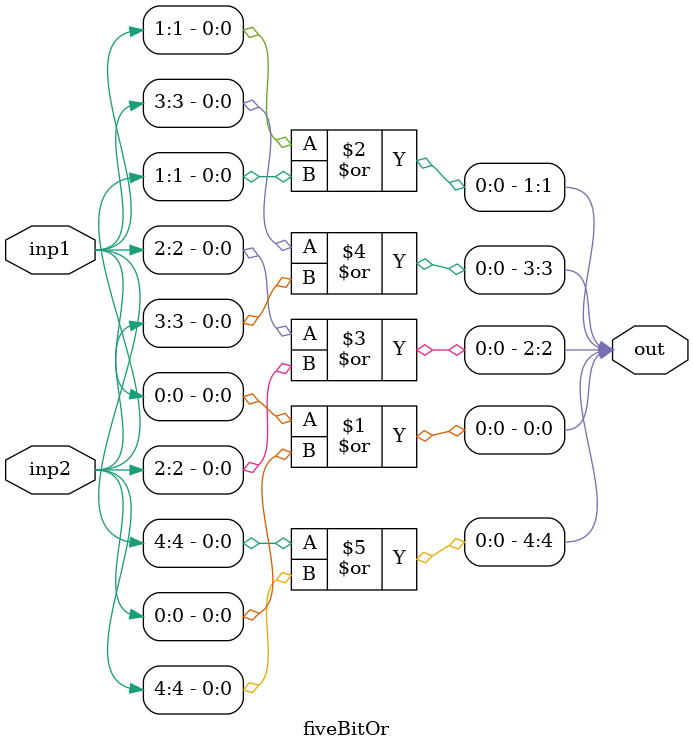
<source format=v>
module fiveBitOr(out, inp1, inp2);
	// Input - Output declaration
	input [4:0]inp1, inp2;
	output [4:0]out;
	
	
	// Operation for 5-bit or gate
	// Using five 1-bit or gates to create 5-bit or gate
	or g1(out[0], inp1[0], inp2[0]);
	or g2(out[1], inp1[1], inp2[1]);
	or g3(out[2], inp1[2], inp2[2]);
	or g4(out[3], inp1[3], inp2[3]);
	or g5(out[4], inp1[4], inp2[4]);
endmodule
</source>
